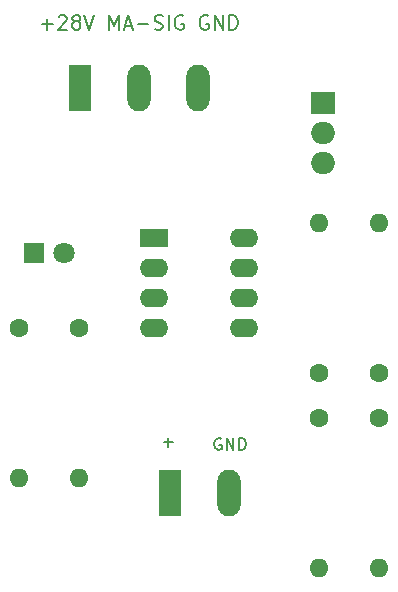
<source format=gbr>
%TF.GenerationSoftware,KiCad,Pcbnew,7.0.6*%
%TF.CreationDate,2023-07-17T15:49:29+01:00*%
%TF.ProjectId,med_assoc_lick_sens_addon,6d65645f-6173-4736-9f63-5f6c69636b5f,rev?*%
%TF.SameCoordinates,Original*%
%TF.FileFunction,Copper,L1,Top*%
%TF.FilePolarity,Positive*%
%FSLAX46Y46*%
G04 Gerber Fmt 4.6, Leading zero omitted, Abs format (unit mm)*
G04 Created by KiCad (PCBNEW 7.0.6) date 2023-07-17 15:49:29*
%MOMM*%
%LPD*%
G01*
G04 APERTURE LIST*
%ADD10C,0.150000*%
%TA.AperFunction,NonConductor*%
%ADD11C,0.150000*%
%TD*%
%ADD12C,0.200000*%
%TA.AperFunction,NonConductor*%
%ADD13C,0.200000*%
%TD*%
%TA.AperFunction,ComponentPad*%
%ADD14R,1.980000X3.960000*%
%TD*%
%TA.AperFunction,ComponentPad*%
%ADD15O,1.980000X3.960000*%
%TD*%
%TA.AperFunction,ComponentPad*%
%ADD16R,2.400000X1.600000*%
%TD*%
%TA.AperFunction,ComponentPad*%
%ADD17O,2.400000X1.600000*%
%TD*%
%TA.AperFunction,ComponentPad*%
%ADD18C,1.600000*%
%TD*%
%TA.AperFunction,ComponentPad*%
%ADD19O,1.600000X1.600000*%
%TD*%
%TA.AperFunction,ComponentPad*%
%ADD20R,1.800000X1.800000*%
%TD*%
%TA.AperFunction,ComponentPad*%
%ADD21C,1.800000*%
%TD*%
%TA.AperFunction,ComponentPad*%
%ADD22R,2.000000X1.905000*%
%TD*%
%TA.AperFunction,ComponentPad*%
%ADD23O,2.000000X1.905000*%
%TD*%
G04 APERTURE END LIST*
D10*
D11*
X165706588Y-72831438D02*
X165611350Y-72783819D01*
X165611350Y-72783819D02*
X165468493Y-72783819D01*
X165468493Y-72783819D02*
X165325636Y-72831438D01*
X165325636Y-72831438D02*
X165230398Y-72926676D01*
X165230398Y-72926676D02*
X165182779Y-73021914D01*
X165182779Y-73021914D02*
X165135160Y-73212390D01*
X165135160Y-73212390D02*
X165135160Y-73355247D01*
X165135160Y-73355247D02*
X165182779Y-73545723D01*
X165182779Y-73545723D02*
X165230398Y-73640961D01*
X165230398Y-73640961D02*
X165325636Y-73736200D01*
X165325636Y-73736200D02*
X165468493Y-73783819D01*
X165468493Y-73783819D02*
X165563731Y-73783819D01*
X165563731Y-73783819D02*
X165706588Y-73736200D01*
X165706588Y-73736200D02*
X165754207Y-73688580D01*
X165754207Y-73688580D02*
X165754207Y-73355247D01*
X165754207Y-73355247D02*
X165563731Y-73355247D01*
X166182779Y-73783819D02*
X166182779Y-72783819D01*
X166182779Y-72783819D02*
X166754207Y-73783819D01*
X166754207Y-73783819D02*
X166754207Y-72783819D01*
X167230398Y-73783819D02*
X167230398Y-72783819D01*
X167230398Y-72783819D02*
X167468493Y-72783819D01*
X167468493Y-72783819D02*
X167611350Y-72831438D01*
X167611350Y-72831438D02*
X167706588Y-72926676D01*
X167706588Y-72926676D02*
X167754207Y-73021914D01*
X167754207Y-73021914D02*
X167801826Y-73212390D01*
X167801826Y-73212390D02*
X167801826Y-73355247D01*
X167801826Y-73355247D02*
X167754207Y-73545723D01*
X167754207Y-73545723D02*
X167706588Y-73640961D01*
X167706588Y-73640961D02*
X167611350Y-73736200D01*
X167611350Y-73736200D02*
X167468493Y-73783819D01*
X167468493Y-73783819D02*
X167230398Y-73783819D01*
D12*
D13*
X150531292Y-37739600D02*
X151445578Y-37739600D01*
X150988435Y-38196742D02*
X150988435Y-37282457D01*
X151959863Y-37111028D02*
X152017006Y-37053885D01*
X152017006Y-37053885D02*
X152131292Y-36996742D01*
X152131292Y-36996742D02*
X152417006Y-36996742D01*
X152417006Y-36996742D02*
X152531292Y-37053885D01*
X152531292Y-37053885D02*
X152588434Y-37111028D01*
X152588434Y-37111028D02*
X152645577Y-37225314D01*
X152645577Y-37225314D02*
X152645577Y-37339600D01*
X152645577Y-37339600D02*
X152588434Y-37511028D01*
X152588434Y-37511028D02*
X151902720Y-38196742D01*
X151902720Y-38196742D02*
X152645577Y-38196742D01*
X153331291Y-37511028D02*
X153217006Y-37453885D01*
X153217006Y-37453885D02*
X153159863Y-37396742D01*
X153159863Y-37396742D02*
X153102720Y-37282457D01*
X153102720Y-37282457D02*
X153102720Y-37225314D01*
X153102720Y-37225314D02*
X153159863Y-37111028D01*
X153159863Y-37111028D02*
X153217006Y-37053885D01*
X153217006Y-37053885D02*
X153331291Y-36996742D01*
X153331291Y-36996742D02*
X153559863Y-36996742D01*
X153559863Y-36996742D02*
X153674149Y-37053885D01*
X153674149Y-37053885D02*
X153731291Y-37111028D01*
X153731291Y-37111028D02*
X153788434Y-37225314D01*
X153788434Y-37225314D02*
X153788434Y-37282457D01*
X153788434Y-37282457D02*
X153731291Y-37396742D01*
X153731291Y-37396742D02*
X153674149Y-37453885D01*
X153674149Y-37453885D02*
X153559863Y-37511028D01*
X153559863Y-37511028D02*
X153331291Y-37511028D01*
X153331291Y-37511028D02*
X153217006Y-37568171D01*
X153217006Y-37568171D02*
X153159863Y-37625314D01*
X153159863Y-37625314D02*
X153102720Y-37739600D01*
X153102720Y-37739600D02*
X153102720Y-37968171D01*
X153102720Y-37968171D02*
X153159863Y-38082457D01*
X153159863Y-38082457D02*
X153217006Y-38139600D01*
X153217006Y-38139600D02*
X153331291Y-38196742D01*
X153331291Y-38196742D02*
X153559863Y-38196742D01*
X153559863Y-38196742D02*
X153674149Y-38139600D01*
X153674149Y-38139600D02*
X153731291Y-38082457D01*
X153731291Y-38082457D02*
X153788434Y-37968171D01*
X153788434Y-37968171D02*
X153788434Y-37739600D01*
X153788434Y-37739600D02*
X153731291Y-37625314D01*
X153731291Y-37625314D02*
X153674149Y-37568171D01*
X153674149Y-37568171D02*
X153559863Y-37511028D01*
X154131291Y-36996742D02*
X154531291Y-38196742D01*
X154531291Y-38196742D02*
X154931291Y-36996742D01*
X156245577Y-38196742D02*
X156245577Y-36996742D01*
X156245577Y-36996742D02*
X156645577Y-37853885D01*
X156645577Y-37853885D02*
X157045577Y-36996742D01*
X157045577Y-36996742D02*
X157045577Y-38196742D01*
X157559863Y-37853885D02*
X158131292Y-37853885D01*
X157445577Y-38196742D02*
X157845577Y-36996742D01*
X157845577Y-36996742D02*
X158245577Y-38196742D01*
X158645577Y-37739600D02*
X159559863Y-37739600D01*
X160074148Y-38139600D02*
X160245577Y-38196742D01*
X160245577Y-38196742D02*
X160531291Y-38196742D01*
X160531291Y-38196742D02*
X160645577Y-38139600D01*
X160645577Y-38139600D02*
X160702719Y-38082457D01*
X160702719Y-38082457D02*
X160759862Y-37968171D01*
X160759862Y-37968171D02*
X160759862Y-37853885D01*
X160759862Y-37853885D02*
X160702719Y-37739600D01*
X160702719Y-37739600D02*
X160645577Y-37682457D01*
X160645577Y-37682457D02*
X160531291Y-37625314D01*
X160531291Y-37625314D02*
X160302719Y-37568171D01*
X160302719Y-37568171D02*
X160188434Y-37511028D01*
X160188434Y-37511028D02*
X160131291Y-37453885D01*
X160131291Y-37453885D02*
X160074148Y-37339600D01*
X160074148Y-37339600D02*
X160074148Y-37225314D01*
X160074148Y-37225314D02*
X160131291Y-37111028D01*
X160131291Y-37111028D02*
X160188434Y-37053885D01*
X160188434Y-37053885D02*
X160302719Y-36996742D01*
X160302719Y-36996742D02*
X160588434Y-36996742D01*
X160588434Y-36996742D02*
X160759862Y-37053885D01*
X161274148Y-38196742D02*
X161274148Y-36996742D01*
X162474148Y-37053885D02*
X162359863Y-36996742D01*
X162359863Y-36996742D02*
X162188434Y-36996742D01*
X162188434Y-36996742D02*
X162017005Y-37053885D01*
X162017005Y-37053885D02*
X161902720Y-37168171D01*
X161902720Y-37168171D02*
X161845577Y-37282457D01*
X161845577Y-37282457D02*
X161788434Y-37511028D01*
X161788434Y-37511028D02*
X161788434Y-37682457D01*
X161788434Y-37682457D02*
X161845577Y-37911028D01*
X161845577Y-37911028D02*
X161902720Y-38025314D01*
X161902720Y-38025314D02*
X162017005Y-38139600D01*
X162017005Y-38139600D02*
X162188434Y-38196742D01*
X162188434Y-38196742D02*
X162302720Y-38196742D01*
X162302720Y-38196742D02*
X162474148Y-38139600D01*
X162474148Y-38139600D02*
X162531291Y-38082457D01*
X162531291Y-38082457D02*
X162531291Y-37682457D01*
X162531291Y-37682457D02*
X162302720Y-37682457D01*
X164588434Y-37053885D02*
X164474149Y-36996742D01*
X164474149Y-36996742D02*
X164302720Y-36996742D01*
X164302720Y-36996742D02*
X164131291Y-37053885D01*
X164131291Y-37053885D02*
X164017006Y-37168171D01*
X164017006Y-37168171D02*
X163959863Y-37282457D01*
X163959863Y-37282457D02*
X163902720Y-37511028D01*
X163902720Y-37511028D02*
X163902720Y-37682457D01*
X163902720Y-37682457D02*
X163959863Y-37911028D01*
X163959863Y-37911028D02*
X164017006Y-38025314D01*
X164017006Y-38025314D02*
X164131291Y-38139600D01*
X164131291Y-38139600D02*
X164302720Y-38196742D01*
X164302720Y-38196742D02*
X164417006Y-38196742D01*
X164417006Y-38196742D02*
X164588434Y-38139600D01*
X164588434Y-38139600D02*
X164645577Y-38082457D01*
X164645577Y-38082457D02*
X164645577Y-37682457D01*
X164645577Y-37682457D02*
X164417006Y-37682457D01*
X165159863Y-38196742D02*
X165159863Y-36996742D01*
X165159863Y-36996742D02*
X165845577Y-38196742D01*
X165845577Y-38196742D02*
X165845577Y-36996742D01*
X166417006Y-38196742D02*
X166417006Y-36996742D01*
X166417006Y-36996742D02*
X166702720Y-36996742D01*
X166702720Y-36996742D02*
X166874149Y-37053885D01*
X166874149Y-37053885D02*
X166988434Y-37168171D01*
X166988434Y-37168171D02*
X167045577Y-37282457D01*
X167045577Y-37282457D02*
X167102720Y-37511028D01*
X167102720Y-37511028D02*
X167102720Y-37682457D01*
X167102720Y-37682457D02*
X167045577Y-37911028D01*
X167045577Y-37911028D02*
X166988434Y-38025314D01*
X166988434Y-38025314D02*
X166874149Y-38139600D01*
X166874149Y-38139600D02*
X166702720Y-38196742D01*
X166702720Y-38196742D02*
X166417006Y-38196742D01*
D10*
D11*
X160864779Y-73148866D02*
X161626684Y-73148866D01*
X161245731Y-73529819D02*
X161245731Y-72767914D01*
D14*
%TO.P,J1,1,In*%
%TO.N,Net-(J1-In)*%
X161370000Y-77470000D03*
D15*
%TO.P,J1,2,Ext*%
%TO.N,GND*%
X166370000Y-77470000D03*
%TD*%
D16*
%TO.P,U1,1,NC*%
%TO.N,unconnected-(U1-NC-Pad1)*%
X160020000Y-55880000D03*
D17*
%TO.P,U1,2,C1*%
%TO.N,Net-(U1-C1)*%
X160020000Y-58420000D03*
%TO.P,U1,3,C2*%
%TO.N,med_ass_sig_lin*%
X160020000Y-60960000D03*
%TO.P,U1,4,NC*%
%TO.N,unconnected-(U1-NC-Pad4)*%
X160020000Y-63500000D03*
%TO.P,U1,5,GND*%
%TO.N,Net-(U1-GND)*%
X167640000Y-63500000D03*
%TO.P,U1,6,VO2*%
%TO.N,Net-(U1-VO2)*%
X167640000Y-60960000D03*
%TO.P,U1,7,VO1*%
%TO.N,unconnected-(U1-VO1-Pad7)*%
X167640000Y-58420000D03*
%TO.P,U1,8,VCC*%
%TO.N,Net-(U1-VCC)*%
X167640000Y-55880000D03*
%TD*%
D18*
%TO.P,R4,1*%
%TO.N,Net-(U1-VO2)*%
X179070000Y-67310000D03*
D19*
%TO.P,R4,2*%
%TO.N,+5V*%
X179070000Y-54610000D03*
%TD*%
D20*
%TO.P,D1,1,K*%
%TO.N,Net-(D1-K)*%
X149860000Y-57150000D03*
D21*
%TO.P,D1,2,A*%
%TO.N,+28V*%
X152400000Y-57150000D03*
%TD*%
D14*
%TO.P,J2,1,Pin_1*%
%TO.N,+28V*%
X153750000Y-43180000D03*
D15*
%TO.P,J2,2,Pin_2*%
%TO.N,med_ass_sig_lin*%
X158750000Y-43180000D03*
%TO.P,J2,3,Pin_3*%
%TO.N,GND*%
X163750000Y-43180000D03*
%TD*%
D18*
%TO.P,R6,1*%
%TO.N,Net-(U1-GND)*%
X179070000Y-71120000D03*
D19*
%TO.P,R6,2*%
%TO.N,Net-(J1-In)*%
X179070000Y-83820000D03*
%TD*%
D18*
%TO.P,R5,1*%
%TO.N,Net-(U1-GND)*%
X173990000Y-71120000D03*
D19*
%TO.P,R5,2*%
%TO.N,GND*%
X173990000Y-83820000D03*
%TD*%
D18*
%TO.P,R2,1*%
%TO.N,Net-(D1-K)*%
X148590000Y-63500000D03*
D19*
%TO.P,R2,2*%
%TO.N,Net-(U1-C1)*%
X148590000Y-76200000D03*
%TD*%
D22*
%TO.P,U2,1,IN*%
%TO.N,+28V*%
X174315000Y-44450000D03*
D23*
%TO.P,U2,2,GND*%
%TO.N,GND*%
X174315000Y-46990000D03*
%TO.P,U2,3,OUT*%
%TO.N,+5V*%
X174315000Y-49530000D03*
%TD*%
D18*
%TO.P,R1,1*%
%TO.N,Net-(D1-K)*%
X153670000Y-63500000D03*
D19*
%TO.P,R1,2*%
%TO.N,Net-(U1-C1)*%
X153670000Y-76200000D03*
%TD*%
D18*
%TO.P,R3,1*%
%TO.N,Net-(U1-VCC)*%
X173990000Y-67310000D03*
D19*
%TO.P,R3,2*%
%TO.N,+5V*%
X173990000Y-54610000D03*
%TD*%
M02*

</source>
